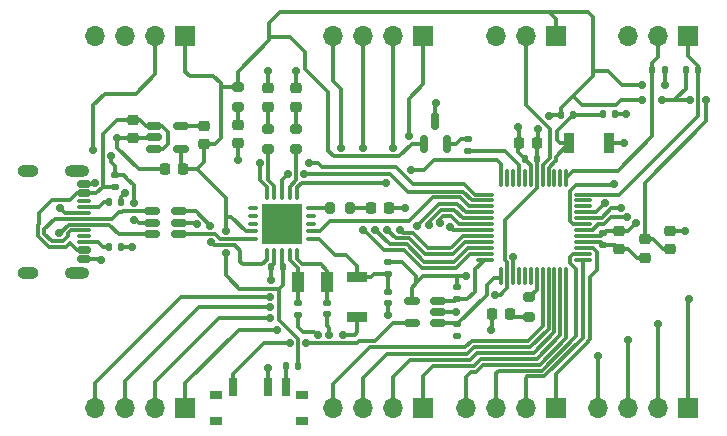
<source format=gbr>
%TF.GenerationSoftware,KiCad,Pcbnew,8.0.5*%
%TF.CreationDate,2024-12-16T02:16:41+02:00*%
%TF.ProjectId,TheXeric,54686558-6572-4696-932e-6b696361645f,1.0*%
%TF.SameCoordinates,Original*%
%TF.FileFunction,Copper,L1,Top*%
%TF.FilePolarity,Positive*%
%FSLAX46Y46*%
G04 Gerber Fmt 4.6, Leading zero omitted, Abs format (unit mm)*
G04 Created by KiCad (PCBNEW 8.0.5) date 2024-12-16 02:16:41*
%MOMM*%
%LPD*%
G01*
G04 APERTURE LIST*
G04 Aperture macros list*
%AMRoundRect*
0 Rectangle with rounded corners*
0 $1 Rounding radius*
0 $2 $3 $4 $5 $6 $7 $8 $9 X,Y pos of 4 corners*
0 Add a 4 corners polygon primitive as box body*
4,1,4,$2,$3,$4,$5,$6,$7,$8,$9,$2,$3,0*
0 Add four circle primitives for the rounded corners*
1,1,$1+$1,$2,$3*
1,1,$1+$1,$4,$5*
1,1,$1+$1,$6,$7*
1,1,$1+$1,$8,$9*
0 Add four rect primitives between the rounded corners*
20,1,$1+$1,$2,$3,$4,$5,0*
20,1,$1+$1,$4,$5,$6,$7,0*
20,1,$1+$1,$6,$7,$8,$9,0*
20,1,$1+$1,$8,$9,$2,$3,0*%
G04 Aperture macros list end*
%TA.AperFunction,SMDPad,CuDef*%
%ADD10RoundRect,0.225000X-0.250000X0.225000X-0.250000X-0.225000X0.250000X-0.225000X0.250000X0.225000X0*%
%TD*%
%TA.AperFunction,ComponentPad*%
%ADD11R,1.700000X1.700000*%
%TD*%
%TA.AperFunction,ComponentPad*%
%ADD12O,1.700000X1.700000*%
%TD*%
%TA.AperFunction,SMDPad,CuDef*%
%ADD13RoundRect,0.225000X0.225000X0.250000X-0.225000X0.250000X-0.225000X-0.250000X0.225000X-0.250000X0*%
%TD*%
%TA.AperFunction,SMDPad,CuDef*%
%ADD14RoundRect,0.200000X0.275000X-0.200000X0.275000X0.200000X-0.275000X0.200000X-0.275000X-0.200000X0*%
%TD*%
%TA.AperFunction,SMDPad,CuDef*%
%ADD15RoundRect,0.147500X0.172500X-0.147500X0.172500X0.147500X-0.172500X0.147500X-0.172500X-0.147500X0*%
%TD*%
%TA.AperFunction,SMDPad,CuDef*%
%ADD16RoundRect,0.135000X-0.135000X-0.185000X0.135000X-0.185000X0.135000X0.185000X-0.135000X0.185000X0*%
%TD*%
%TA.AperFunction,SMDPad,CuDef*%
%ADD17RoundRect,0.075000X0.325000X0.075000X-0.325000X0.075000X-0.325000X-0.075000X0.325000X-0.075000X0*%
%TD*%
%TA.AperFunction,SMDPad,CuDef*%
%ADD18RoundRect,0.075000X0.075000X0.325000X-0.075000X0.325000X-0.075000X-0.325000X0.075000X-0.325000X0*%
%TD*%
%TA.AperFunction,HeatsinkPad*%
%ADD19R,3.350000X3.350000*%
%TD*%
%TA.AperFunction,SMDPad,CuDef*%
%ADD20RoundRect,0.150000X0.512500X0.150000X-0.512500X0.150000X-0.512500X-0.150000X0.512500X-0.150000X0*%
%TD*%
%TA.AperFunction,SMDPad,CuDef*%
%ADD21RoundRect,0.135000X0.185000X-0.135000X0.185000X0.135000X-0.185000X0.135000X-0.185000X-0.135000X0*%
%TD*%
%TA.AperFunction,SMDPad,CuDef*%
%ADD22RoundRect,0.200000X-0.275000X0.200000X-0.275000X-0.200000X0.275000X-0.200000X0.275000X0.200000X0*%
%TD*%
%TA.AperFunction,SMDPad,CuDef*%
%ADD23RoundRect,0.218750X0.256250X-0.218750X0.256250X0.218750X-0.256250X0.218750X-0.256250X-0.218750X0*%
%TD*%
%TA.AperFunction,SMDPad,CuDef*%
%ADD24RoundRect,0.140000X0.170000X-0.140000X0.170000X0.140000X-0.170000X0.140000X-0.170000X-0.140000X0*%
%TD*%
%TA.AperFunction,SMDPad,CuDef*%
%ADD25RoundRect,0.140000X-0.170000X0.140000X-0.170000X-0.140000X0.170000X-0.140000X0.170000X0.140000X0*%
%TD*%
%TA.AperFunction,SMDPad,CuDef*%
%ADD26RoundRect,0.150000X-0.512500X-0.150000X0.512500X-0.150000X0.512500X0.150000X-0.512500X0.150000X0*%
%TD*%
%TA.AperFunction,SMDPad,CuDef*%
%ADD27RoundRect,0.218750X0.218750X0.256250X-0.218750X0.256250X-0.218750X-0.256250X0.218750X-0.256250X0*%
%TD*%
%TA.AperFunction,SMDPad,CuDef*%
%ADD28RoundRect,0.218750X-0.256250X0.218750X-0.256250X-0.218750X0.256250X-0.218750X0.256250X0.218750X0*%
%TD*%
%TA.AperFunction,SMDPad,CuDef*%
%ADD29RoundRect,0.225000X0.250000X-0.225000X0.250000X0.225000X-0.250000X0.225000X-0.250000X-0.225000X0*%
%TD*%
%TA.AperFunction,SMDPad,CuDef*%
%ADD30RoundRect,0.150000X-0.425000X0.150000X-0.425000X-0.150000X0.425000X-0.150000X0.425000X0.150000X0*%
%TD*%
%TA.AperFunction,SMDPad,CuDef*%
%ADD31RoundRect,0.075000X-0.500000X0.075000X-0.500000X-0.075000X0.500000X-0.075000X0.500000X0.075000X0*%
%TD*%
%TA.AperFunction,ComponentPad*%
%ADD32O,2.100000X1.000000*%
%TD*%
%TA.AperFunction,ComponentPad*%
%ADD33O,1.800000X1.000000*%
%TD*%
%TA.AperFunction,SMDPad,CuDef*%
%ADD34RoundRect,0.135000X-0.185000X0.135000X-0.185000X-0.135000X0.185000X-0.135000X0.185000X0.135000X0*%
%TD*%
%TA.AperFunction,SMDPad,CuDef*%
%ADD35R,1.700000X0.900000*%
%TD*%
%TA.AperFunction,SMDPad,CuDef*%
%ADD36RoundRect,0.135000X0.135000X0.185000X-0.135000X0.185000X-0.135000X-0.185000X0.135000X-0.185000X0*%
%TD*%
%TA.AperFunction,SMDPad,CuDef*%
%ADD37RoundRect,0.200000X0.200000X0.275000X-0.200000X0.275000X-0.200000X-0.275000X0.200000X-0.275000X0*%
%TD*%
%TA.AperFunction,SMDPad,CuDef*%
%ADD38RoundRect,0.140000X-0.140000X-0.170000X0.140000X-0.170000X0.140000X0.170000X-0.140000X0.170000X0*%
%TD*%
%TA.AperFunction,SMDPad,CuDef*%
%ADD39RoundRect,0.140000X0.140000X0.170000X-0.140000X0.170000X-0.140000X-0.170000X0.140000X-0.170000X0*%
%TD*%
%TA.AperFunction,SMDPad,CuDef*%
%ADD40RoundRect,0.150000X0.150000X-0.587500X0.150000X0.587500X-0.150000X0.587500X-0.150000X-0.587500X0*%
%TD*%
%TA.AperFunction,SMDPad,CuDef*%
%ADD41RoundRect,0.075000X-0.662500X-0.075000X0.662500X-0.075000X0.662500X0.075000X-0.662500X0.075000X0*%
%TD*%
%TA.AperFunction,SMDPad,CuDef*%
%ADD42RoundRect,0.075000X-0.075000X-0.662500X0.075000X-0.662500X0.075000X0.662500X-0.075000X0.662500X0*%
%TD*%
%TA.AperFunction,SMDPad,CuDef*%
%ADD43R,0.900000X1.700000*%
%TD*%
%TA.AperFunction,SMDPad,CuDef*%
%ADD44R,1.000000X0.800000*%
%TD*%
%TA.AperFunction,SMDPad,CuDef*%
%ADD45R,0.700000X1.500000*%
%TD*%
%TA.AperFunction,SMDPad,CuDef*%
%ADD46RoundRect,0.218750X-0.218750X-0.256250X0.218750X-0.256250X0.218750X0.256250X-0.218750X0.256250X0*%
%TD*%
%TA.AperFunction,SMDPad,CuDef*%
%ADD47R,1.000000X1.800000*%
%TD*%
%TA.AperFunction,ViaPad*%
%ADD48C,0.700000*%
%TD*%
%TA.AperFunction,Conductor*%
%ADD49C,0.300000*%
%TD*%
G04 APERTURE END LIST*
D10*
%TO.P,C5,1*%
%TO.N,VBUS*%
X121010000Y-85985000D03*
%TO.P,C5,2*%
%TO.N,GND*%
X121010000Y-87535000D03*
%TD*%
D11*
%TO.P,J3,1,Pin_1*%
%TO.N,XDIR*%
X125410000Y-110340000D03*
D12*
%TO.P,J3,2,Pin_2*%
%TO.N,XCK*%
X122870000Y-110340000D03*
%TO.P,J3,3,Pin_3*%
%TO.N,RxD*%
X120330000Y-110340000D03*
%TO.P,J3,4,Pin_4*%
%TO.N,TxD*%
X117790000Y-110340000D03*
%TD*%
D13*
%TO.P,C8,1*%
%TO.N,+3.3V*%
X155175000Y-87970000D03*
%TO.P,C8,2*%
%TO.N,GND*%
X153625000Y-87970000D03*
%TD*%
%TO.P,C6,1*%
%TO.N,+3.3V*%
X125235000Y-90162500D03*
%TO.P,C6,2*%
%TO.N,GND*%
X123685000Y-90162500D03*
%TD*%
D14*
%TO.P,R4,1*%
%TO.N,Net-(D1-A)*%
X129870000Y-84887500D03*
%TO.P,R4,2*%
%TO.N,+3.3V*%
X129870000Y-83237500D03*
%TD*%
D15*
%TO.P,F1,1*%
%TO.N,VBUS*%
X119440000Y-91645000D03*
%TO.P,F1,2*%
%TO.N,+5V*%
X119440000Y-90675000D03*
%TD*%
D16*
%TO.P,R7,1*%
%TO.N,Net-(J1-CC1)*%
X118930000Y-92950000D03*
%TO.P,R7,2*%
%TO.N,GND*%
X119950000Y-92950000D03*
%TD*%
D17*
%TO.P,U5,1,~{RST}*%
%TO.N,M_RST*%
X136030000Y-96080000D03*
%TO.P,U5,2,GP0*%
%TO.N,CS_M*%
X136030000Y-95430000D03*
%TO.P,U5,3,GP1*%
%TO.N,unconnected-(U5-GP1-Pad3)*%
X136030000Y-94780000D03*
%TO.P,U5,4,GP2*%
%TO.N,unconnected-(U5-GP2-Pad4)*%
X136030000Y-94130000D03*
%TO.P,U5,5,GP3*%
%TO.N,T_LED*%
X136030000Y-93480000D03*
D18*
%TO.P,U5,6,MOSI*%
%TO.N,MOSI_M*%
X134880000Y-92330000D03*
%TO.P,U5,7,GP4*%
%TO.N,L_LED*%
X134230000Y-92330000D03*
%TO.P,U5,8,SCK*%
%TO.N,SCK_M*%
X133580000Y-92330000D03*
%TO.P,U5,9,GP5*%
%TO.N,C_LED*%
X132930000Y-92330000D03*
%TO.P,U5,10,MISO*%
%TO.N,MISO_M*%
X132280000Y-92330000D03*
D17*
%TO.P,U5,11,GP6*%
%TO.N,unconnected-(U5-GP6-Pad11)*%
X131130000Y-93480000D03*
%TO.P,U5,12,GP7*%
%TO.N,unconnected-(U5-GP7-Pad12)*%
X131130000Y-94130000D03*
%TO.P,U5,13,GP8*%
%TO.N,unconnected-(U5-GP8-Pad13)*%
X131130000Y-94780000D03*
%TO.P,U5,14,VUSB*%
%TO.N,+3.3V*%
X131130000Y-95430000D03*
%TO.P,U5,15,D-*%
%TO.N,M_D-*%
X131130000Y-96080000D03*
D18*
%TO.P,U5,16,D+*%
%TO.N,M_D+*%
X132280000Y-97230000D03*
%TO.P,U5,17,VSS*%
%TO.N,GND*%
X132930000Y-97230000D03*
%TO.P,U5,18,VDD*%
%TO.N,+3.3V*%
X133580000Y-97230000D03*
%TO.P,U5,19,OSC1*%
%TO.N,Net-(U5-OSC1)*%
X134230000Y-97230000D03*
%TO.P,U5,20,OSC2*%
%TO.N,Net-(U5-OSC2)*%
X134880000Y-97230000D03*
D19*
%TO.P,U5,21,EP*%
%TO.N,GND*%
X133580000Y-94780000D03*
%TD*%
D20*
%TO.P,U4,1,SCL*%
%TO.N,SCL_A*%
X146827500Y-103220000D03*
%TO.P,U4,2,GND*%
%TO.N,GND*%
X146827500Y-102270000D03*
%TO.P,U4,3,SDA*%
%TO.N,SDA_A*%
X146827500Y-101320000D03*
%TO.P,U4,4,VCC*%
%TO.N,+3.3V*%
X144552500Y-101320000D03*
%TO.P,U4,5,WP*%
%TO.N,Net-(SW1-B)*%
X144552500Y-103220000D03*
%TD*%
D21*
%TO.P,R10,1*%
%TO.N,M_RST*%
X142560000Y-99050000D03*
%TO.P,R10,2*%
%TO.N,+3.3V*%
X142560000Y-98030000D03*
%TD*%
D22*
%TO.P,R5,1*%
%TO.N,Net-(D3-A)*%
X132440000Y-86760000D03*
%TO.P,R5,2*%
%TO.N,C_LED*%
X132440000Y-88410000D03*
%TD*%
D23*
%TO.P,FB1,1*%
%TO.N,+3.3VA*%
X164280000Y-97687500D03*
%TO.P,FB1,2*%
%TO.N,+3.3V*%
X164280000Y-96112500D03*
%TD*%
D24*
%TO.P,C9,1*%
%TO.N,+3.3VA*%
X160790000Y-96540000D03*
%TO.P,C9,2*%
%TO.N,GND*%
X160790000Y-95580000D03*
%TD*%
D25*
%TO.P,C2,1*%
%TO.N,Net-(U5-OSC1)*%
X134900000Y-101520000D03*
%TO.P,C2,2*%
%TO.N,GND*%
X134900000Y-102480000D03*
%TD*%
D26*
%TO.P,U1,1,I/O1*%
%TO.N,U_D+*%
X122612500Y-93727500D03*
%TO.P,U1,2,GND*%
%TO.N,+5V*%
X122612500Y-94677500D03*
%TO.P,U1,3,I/O2*%
%TO.N,U_D-*%
X122612500Y-95627500D03*
%TO.P,U1,4,I/O2*%
%TO.N,M_D-*%
X124887500Y-95627500D03*
%TO.P,U1,5,VBUS*%
%TO.N,GND*%
X124887500Y-94677500D03*
%TO.P,U1,6,I/O1*%
%TO.N,M_D+*%
X124887500Y-93727500D03*
%TD*%
D11*
%TO.P,J9,1,Pin_1*%
%TO.N,+3.3V*%
X156760000Y-78860000D03*
D12*
%TO.P,J9,2,Pin_2*%
%TO.N,DEBUG*%
X154220000Y-78860000D03*
%TO.P,J9,3,Pin_3*%
%TO.N,GND*%
X151680000Y-78860000D03*
%TD*%
D21*
%TO.P,R15,1*%
%TO.N,+3.3V*%
X148440000Y-104310000D03*
%TO.P,R15,2*%
%TO.N,SCL_A*%
X148440000Y-103290000D03*
%TD*%
D27*
%TO.P,D6,1,K*%
%TO.N,GND*%
X142685000Y-93470000D03*
%TO.P,D6,2,A*%
%TO.N,Net-(D6-A)*%
X141110000Y-93470000D03*
%TD*%
D28*
%TO.P,D3,1,K*%
%TO.N,GND*%
X132425000Y-83327500D03*
%TO.P,D3,2,A*%
%TO.N,Net-(D3-A)*%
X132425000Y-84902500D03*
%TD*%
D16*
%TO.P,R12,1*%
%TO.N,+3.3V*%
X167770000Y-81760000D03*
%TO.P,R12,2*%
%TO.N,SDA*%
X168790000Y-81760000D03*
%TD*%
D29*
%TO.P,C11,1*%
%TO.N,+3.3V*%
X166420000Y-96935000D03*
%TO.P,C11,2*%
%TO.N,GND*%
X166420000Y-95385000D03*
%TD*%
D11*
%TO.P,J4,1,Pin_1*%
%TO.N,SDA*%
X167990000Y-78860000D03*
D12*
%TO.P,J4,2,Pin_2*%
%TO.N,SCL*%
X165450000Y-78860000D03*
%TO.P,J4,3,Pin_3*%
%TO.N,GND*%
X162910000Y-78860000D03*
%TD*%
D11*
%TO.P,J8,1,Pin_1*%
%TO.N,PB4*%
X145510000Y-78860000D03*
D12*
%TO.P,J8,2,Pin_2*%
%TO.N,PB5*%
X142970000Y-78860000D03*
%TO.P,J8,3,Pin_3*%
%TO.N,PC0*%
X140430000Y-78860000D03*
%TO.P,J8,4,Pin_4*%
%TO.N,PC1*%
X137890000Y-78860000D03*
%TD*%
D25*
%TO.P,C1,1*%
%TO.N,M_RST*%
X142580000Y-100540000D03*
%TO.P,C1,2*%
%TO.N,GND*%
X142580000Y-101500000D03*
%TD*%
D30*
%TO.P,J1,A1,GND*%
%TO.N,GND*%
X116830000Y-91400000D03*
%TO.P,J1,A4,VBUS*%
%TO.N,VBUS*%
X116830000Y-92200000D03*
D31*
%TO.P,J1,A5,CC1*%
%TO.N,Net-(J1-CC1)*%
X116830000Y-93350000D03*
%TO.P,J1,A6,D+*%
%TO.N,U_D+*%
X116830000Y-94350000D03*
%TO.P,J1,A7,D-*%
%TO.N,U_D-*%
X116830000Y-94850000D03*
%TO.P,J1,A8,SBU1*%
%TO.N,unconnected-(J1-SBU1-PadA8)*%
X116830000Y-95850000D03*
D30*
%TO.P,J1,A9,VBUS*%
%TO.N,VBUS*%
X116830000Y-97000000D03*
%TO.P,J1,A12,GND*%
%TO.N,GND*%
X116830000Y-97800000D03*
%TO.P,J1,B1,GND*%
X116830000Y-97800000D03*
%TO.P,J1,B4,VBUS*%
%TO.N,VBUS*%
X116830000Y-97000000D03*
D31*
%TO.P,J1,B5,CC2*%
%TO.N,Net-(J1-CC2)*%
X116830000Y-96350000D03*
%TO.P,J1,B6,D+*%
%TO.N,U_D+*%
X116830000Y-95350000D03*
%TO.P,J1,B7,D-*%
%TO.N,U_D-*%
X116830000Y-93850000D03*
%TO.P,J1,B8,SBU2*%
%TO.N,unconnected-(J1-SBU2-PadB8)*%
X116830000Y-92850000D03*
D30*
%TO.P,J1,B9,VBUS*%
%TO.N,VBUS*%
X116830000Y-92200000D03*
%TO.P,J1,B12,GND*%
%TO.N,GND*%
X116830000Y-91400000D03*
D32*
%TO.P,J1,S1,SHIELD*%
%TO.N,unconnected-(J1-SHIELD-PadS1)_2*%
X116255000Y-90280000D03*
D33*
%TO.N,unconnected-(J1-SHIELD-PadS1)_3*%
X112075000Y-90280000D03*
D32*
%TO.N,unconnected-(J1-SHIELD-PadS1)_1*%
X116255000Y-98920000D03*
D33*
%TO.N,unconnected-(J1-SHIELD-PadS1)*%
X112075000Y-98920000D03*
%TD*%
D34*
%TO.P,R14,1*%
%TO.N,+3.3V*%
X148420000Y-100150000D03*
%TO.P,R14,2*%
%TO.N,SDA_A*%
X148420000Y-101170000D03*
%TD*%
D35*
%TO.P,SW2,1,1*%
%TO.N,M_RST*%
X139920000Y-99300000D03*
%TO.P,SW2,2,2*%
%TO.N,GND*%
X139920000Y-102700000D03*
%TD*%
D23*
%TO.P,D1,1,K*%
%TO.N,GND*%
X129880000Y-87970000D03*
%TO.P,D1,2,A*%
%TO.N,Net-(D1-A)*%
X129880000Y-86395000D03*
%TD*%
D36*
%TO.P,R13,1*%
%TO.N,+3.3V*%
X165970000Y-81740000D03*
%TO.P,R13,2*%
%TO.N,SCL*%
X164950000Y-81740000D03*
%TD*%
D34*
%TO.P,R2,1*%
%TO.N,Net-(U3-V_{OUT})*%
X149320000Y-87590000D03*
%TO.P,R2,2*%
%TO.N,PA1_T*%
X149320000Y-88610000D03*
%TD*%
D28*
%TO.P,D4,1,K*%
%TO.N,GND*%
X134780000Y-83283750D03*
%TO.P,D4,2,A*%
%TO.N,Net-(D4-A)*%
X134780000Y-84858750D03*
%TD*%
D37*
%TO.P,R8,1*%
%TO.N,Net-(D6-A)*%
X139325000Y-93450000D03*
%TO.P,R8,2*%
%TO.N,T_LED*%
X137675000Y-93450000D03*
%TD*%
D28*
%TO.P,L1,1,1*%
%TO.N,Net-(U6-SW)*%
X127010000Y-86472500D03*
%TO.P,L1,2,2*%
%TO.N,+3.3V*%
X127010000Y-88047500D03*
%TD*%
D16*
%TO.P,R9,1*%
%TO.N,Net-(J1-CC2)*%
X118910000Y-96780000D03*
%TO.P,R9,2*%
%TO.N,GND*%
X119930000Y-96780000D03*
%TD*%
D14*
%TO.P,R3,1*%
%TO.N,Net-(D2-A)*%
X154520000Y-102635000D03*
%TO.P,R3,2*%
%TO.N,LED*%
X154520000Y-100985000D03*
%TD*%
D26*
%TO.P,U6,1,Vin*%
%TO.N,VBUS*%
X122772500Y-86520000D03*
%TO.P,U6,2,GND*%
%TO.N,GND*%
X122772500Y-87470000D03*
%TO.P,U6,3,EN*%
%TO.N,VBUS*%
X122772500Y-88420000D03*
%TO.P,U6,4,FB*%
%TO.N,+3.3V*%
X125047500Y-88420000D03*
%TO.P,U6,5,SW*%
%TO.N,Net-(U6-SW)*%
X125047500Y-86520000D03*
%TD*%
D38*
%TO.P,C4,1*%
%TO.N,RST*%
X160790000Y-85510000D03*
%TO.P,C4,2*%
%TO.N,GND*%
X161750000Y-85510000D03*
%TD*%
D11*
%TO.P,J6,1,Pin_1*%
%TO.N,PD3*%
X145510000Y-110340000D03*
D12*
%TO.P,J6,2,Pin_2*%
%TO.N,PD2*%
X142970000Y-110340000D03*
%TO.P,J6,3,Pin_3*%
%TO.N,PD1*%
X140430000Y-110340000D03*
%TO.P,J6,4,Pin_4*%
%TO.N,PD0*%
X137890000Y-110340000D03*
%TD*%
D39*
%TO.P,C12,1*%
%TO.N,+3.3V*%
X133650000Y-98460000D03*
%TO.P,C12,2*%
%TO.N,GND*%
X132690000Y-98460000D03*
%TD*%
D40*
%TO.P,U3,1,V_{DD}*%
%TO.N,+3.3V*%
X145630000Y-87985000D03*
%TO.P,U3,2,V_{OUT}*%
%TO.N,Net-(U3-V_{OUT})*%
X147530000Y-87985000D03*
%TO.P,U3,3,GND*%
%TO.N,GND*%
X146580000Y-86110000D03*
%TD*%
D36*
%TO.P,R11,1*%
%TO.N,RST*%
X158260000Y-85530000D03*
%TO.P,R11,2*%
%TO.N,+3.3V*%
X157240000Y-85530000D03*
%TD*%
D11*
%TO.P,J2,1,Pin_1*%
%TO.N,+3.3V*%
X125410000Y-78860000D03*
D12*
%TO.P,J2,2,Pin_2*%
%TO.N,+5V*%
X122870000Y-78860000D03*
%TO.P,J2,3,Pin_3*%
%TO.N,GND*%
X120330000Y-78860000D03*
%TO.P,J2,4,Pin_4*%
X117790000Y-78860000D03*
%TD*%
D41*
%TO.P,U2,1,PA5*%
%TO.N,MISO_M*%
X150737500Y-92307500D03*
%TO.P,U2,2,PA6*%
%TO.N,SCK_M*%
X150737500Y-92807500D03*
%TO.P,U2,3,PA7*%
%TO.N,CS_M*%
X150737500Y-93307500D03*
%TO.P,U2,4,PB0*%
%TO.N,TxD*%
X150737500Y-93807500D03*
%TO.P,U2,5,PB1*%
%TO.N,RxD*%
X150737500Y-94307500D03*
%TO.P,U2,6,PB2*%
%TO.N,XCK*%
X150737500Y-94807500D03*
%TO.P,U2,7,PB3*%
%TO.N,XDIR*%
X150737500Y-95307500D03*
%TO.P,U2,8,PB4*%
%TO.N,PB4*%
X150737500Y-95807500D03*
%TO.P,U2,9,PB5*%
%TO.N,PB5*%
X150737500Y-96307500D03*
%TO.P,U2,10,PC0*%
%TO.N,PC0*%
X150737500Y-96807500D03*
%TO.P,U2,11,PC1*%
%TO.N,PC1*%
X150737500Y-97307500D03*
%TO.P,U2,12,PC2*%
%TO.N,SDA_A*%
X150737500Y-97807500D03*
D42*
%TO.P,U2,13,PC3*%
%TO.N,SCL_A*%
X152150000Y-99220000D03*
%TO.P,U2,14,VCC*%
%TO.N,+3.3V*%
X152650000Y-99220000D03*
%TO.P,U2,15,GND*%
%TO.N,GND*%
X153150000Y-99220000D03*
%TO.P,U2,16,PC4*%
%TO.N,unconnected-(U2-PC4-Pad16)*%
X153650000Y-99220000D03*
%TO.P,U2,17,PC5*%
%TO.N,unconnected-(U2-PC5-Pad17)*%
X154150000Y-99220000D03*
%TO.P,U2,18,PC6*%
%TO.N,unconnected-(U2-PC6-Pad18)*%
X154650000Y-99220000D03*
%TO.P,U2,19,PC7*%
%TO.N,LED*%
X155150000Y-99220000D03*
%TO.P,U2,20,PD0*%
%TO.N,PD0*%
X155650000Y-99220000D03*
%TO.P,U2,21,PD1*%
%TO.N,PD1*%
X156150000Y-99220000D03*
%TO.P,U2,22,PD2*%
%TO.N,PD2*%
X156650000Y-99220000D03*
%TO.P,U2,23,PD3*%
%TO.N,PD3*%
X157150000Y-99220000D03*
%TO.P,U2,24,PD4*%
%TO.N,PD4*%
X157650000Y-99220000D03*
D41*
%TO.P,U2,25,PD5*%
%TO.N,PD5*%
X159062500Y-97807500D03*
%TO.P,U2,26,PD6*%
%TO.N,PD6*%
X159062500Y-97307500D03*
%TO.P,U2,27,PD7*%
%TO.N,PD7*%
X159062500Y-96807500D03*
%TO.P,U2,28,AVCC*%
%TO.N,+3.3VA*%
X159062500Y-96307500D03*
%TO.P,U2,29,GND*%
%TO.N,GND*%
X159062500Y-95807500D03*
%TO.P,U2,30,PE0*%
%TO.N,MOSI*%
X159062500Y-95307500D03*
%TO.P,U2,31,PE1*%
%TO.N,MISO*%
X159062500Y-94807500D03*
%TO.P,U2,32,PE2*%
%TO.N,SCK*%
X159062500Y-94307500D03*
%TO.P,U2,33,PE3*%
%TO.N,CS*%
X159062500Y-93807500D03*
%TO.P,U2,34,PF0*%
%TO.N,unconnected-(U2-PF0-Pad34)*%
X159062500Y-93307500D03*
%TO.P,U2,35,PF1*%
%TO.N,unconnected-(U2-PF1-Pad35)*%
X159062500Y-92807500D03*
%TO.P,U2,36,PF2*%
%TO.N,SDA*%
X159062500Y-92307500D03*
D42*
%TO.P,U2,37,PF3*%
%TO.N,SCL*%
X157650000Y-90895000D03*
%TO.P,U2,38,PF4*%
%TO.N,unconnected-(U2-PF4-Pad38)*%
X157150000Y-90895000D03*
%TO.P,U2,39,PF5*%
%TO.N,unconnected-(U2-PF5-Pad39)*%
X156650000Y-90895000D03*
%TO.P,U2,40,PF6/~{RESET}*%
%TO.N,RST*%
X156150000Y-90895000D03*
%TO.P,U2,41,UPDI*%
%TO.N,DEBUG*%
X155650000Y-90895000D03*
%TO.P,U2,42,VCC*%
%TO.N,+3.3V*%
X155150000Y-90895000D03*
%TO.P,U2,43,GND*%
%TO.N,GND*%
X154650000Y-90895000D03*
%TO.P,U2,44,PA0*%
%TO.N,unconnected-(U2-PA0-Pad44)*%
X154150000Y-90895000D03*
%TO.P,U2,45,PA1*%
%TO.N,PA1_T*%
X153650000Y-90895000D03*
%TO.P,U2,46,PA2*%
%TO.N,unconnected-(U2-PA2-Pad46)*%
X153150000Y-90895000D03*
%TO.P,U2,47,PA3*%
%TO.N,unconnected-(U2-PA3-Pad47)*%
X152650000Y-90895000D03*
%TO.P,U2,48,PA4*%
%TO.N,MOSI_M*%
X152150000Y-90895000D03*
%TD*%
D22*
%TO.P,R6,1*%
%TO.N,Net-(D4-A)*%
X134775000Y-86766250D03*
%TO.P,R6,2*%
%TO.N,L_LED*%
X134775000Y-88416250D03*
%TD*%
D11*
%TO.P,J7,1,Pin_1*%
%TO.N,PD7*%
X156760000Y-110340000D03*
D12*
%TO.P,J7,2,Pin_2*%
%TO.N,PD5*%
X154220000Y-110340000D03*
%TO.P,J7,3,Pin_3*%
%TO.N,PD6*%
X151680000Y-110340000D03*
%TO.P,J7,4,Pin_4*%
%TO.N,PD4*%
X149140000Y-110340000D03*
%TD*%
D43*
%TO.P,SW3,1,1*%
%TO.N,RST*%
X157900000Y-87980000D03*
%TO.P,SW3,2,2*%
%TO.N,GND*%
X161300000Y-87980000D03*
%TD*%
D16*
%TO.P,R1,1*%
%TO.N,Net-(SW1-A)*%
X133910000Y-106840000D03*
%TO.P,R1,2*%
%TO.N,+3.3V*%
X134930000Y-106840000D03*
%TD*%
D25*
%TO.P,C3,1*%
%TO.N,Net-(U5-OSC2)*%
X137430000Y-101480000D03*
%TO.P,C3,2*%
%TO.N,GND*%
X137430000Y-102440000D03*
%TD*%
D29*
%TO.P,C10,1*%
%TO.N,+3.3VA*%
X162120000Y-96905000D03*
%TO.P,C10,2*%
%TO.N,GND*%
X162120000Y-95355000D03*
%TD*%
D11*
%TO.P,J5,1,Pin_1*%
%TO.N,MISO*%
X167990000Y-110340000D03*
D12*
%TO.P,J5,2,Pin_2*%
%TO.N,CS*%
X165450000Y-110340000D03*
%TO.P,J5,3,Pin_3*%
%TO.N,SCK*%
X162910000Y-110340000D03*
%TO.P,J5,4,Pin_4*%
%TO.N,MOSI*%
X160370000Y-110340000D03*
%TD*%
D44*
%TO.P,SW1,*%
%TO.N,*%
X128010000Y-109260000D03*
X128010000Y-111470000D03*
X135310000Y-109260000D03*
X135310000Y-111470000D03*
D45*
%TO.P,SW1,1,B*%
%TO.N,Net-(SW1-B)*%
X129410000Y-108610000D03*
%TO.P,SW1,2,C*%
%TO.N,GND*%
X132410000Y-108610000D03*
%TO.P,SW1,3,A*%
%TO.N,Net-(SW1-A)*%
X133910000Y-108610000D03*
%TD*%
D39*
%TO.P,C7,1*%
%TO.N,+3.3V*%
X155160000Y-89330000D03*
%TO.P,C7,2*%
%TO.N,GND*%
X154200000Y-89330000D03*
%TD*%
D46*
%TO.P,D2,1,K*%
%TO.N,GND*%
X151342500Y-102450000D03*
%TO.P,D2,2,A*%
%TO.N,Net-(D2-A)*%
X152917500Y-102450000D03*
%TD*%
D47*
%TO.P,Y1,1,1*%
%TO.N,Net-(U5-OSC1)*%
X134910000Y-99720000D03*
%TO.P,Y1,2,2*%
%TO.N,Net-(U5-OSC2)*%
X137410000Y-99720000D03*
%TD*%
D48*
%TO.N,GND*%
X138730000Y-104170000D03*
X120320000Y-92150000D03*
X132400000Y-81825000D03*
X133580000Y-94780000D03*
X142590000Y-102530000D03*
X129860000Y-89345000D03*
X117715000Y-91290000D03*
X136620000Y-104170000D03*
X144000000Y-93470000D03*
X148280000Y-102280000D03*
X146590000Y-84560000D03*
X134775000Y-81846250D03*
X153170000Y-97560000D03*
X120920000Y-96750000D03*
X119620000Y-87530000D03*
X137600000Y-104170000D03*
X163570000Y-94700000D03*
X162740000Y-85470000D03*
X153580000Y-86630000D03*
X118290000Y-97860000D03*
X132620000Y-99560000D03*
X162560000Y-87950000D03*
X167690000Y-95400000D03*
X126380000Y-94840000D03*
X132400000Y-106970000D03*
X151310000Y-103800000D03*
%TO.N,+3.3V*%
X128860000Y-97280000D03*
X164090000Y-83010000D03*
X165970000Y-83010000D03*
X165760000Y-84270000D03*
X156230000Y-85680000D03*
X168090000Y-84300000D03*
X169490000Y-84320000D03*
X149200000Y-99225761D03*
X164100000Y-84310000D03*
X128850000Y-95380000D03*
X155285025Y-86764975D03*
X151659881Y-100782961D03*
%TO.N,+5V*%
X121020000Y-94427500D03*
X117620000Y-88510000D03*
X121020000Y-93027500D03*
X119115000Y-89010000D03*
%TO.N,U_D-*%
X114820000Y-93480000D03*
X114710000Y-95560000D03*
%TO.N,XCK*%
X132545877Y-102767718D03*
X146943417Y-94705041D03*
%TO.N,RxD*%
X132610000Y-101870003D03*
X146058676Y-94870079D03*
%TO.N,TxD*%
X132610000Y-100970000D03*
X145008477Y-94930328D03*
%TO.N,XDIR*%
X147800025Y-95029975D03*
X133185025Y-103754975D03*
%TO.N,CS*%
X160894821Y-93058123D03*
X165440000Y-103300000D03*
%TO.N,SCK*%
X162870000Y-104640000D03*
X162271276Y-93477835D03*
%TO.N,MOSI*%
X162819596Y-94203111D03*
X160370000Y-105960000D03*
%TO.N,MISO*%
X168010000Y-101170000D03*
X161720000Y-91440000D03*
%TO.N,PB4*%
X143560000Y-95280000D03*
X144308433Y-87333714D03*
%TO.N,PC1*%
X140460000Y-95320000D03*
X138550000Y-88360000D03*
%TO.N,PB5*%
X142479899Y-95279999D03*
X142960000Y-88360000D03*
%TO.N,PC0*%
X140410000Y-88360000D03*
X141489949Y-95279999D03*
%TO.N,Net-(SW1-B)*%
X134230000Y-104850000D03*
X135630000Y-104870000D03*
%TO.N,M_D+*%
X127500000Y-94927500D03*
X127540000Y-96327500D03*
%TO.N,SCK_M*%
X134075000Y-90590000D03*
X135475000Y-90590000D03*
%TO.N,MOSI_M*%
X144539975Y-90270025D03*
X142430000Y-91300000D03*
%TO.N,MISO_M*%
X135870000Y-89640000D03*
X131740000Y-89660000D03*
%TD*%
D49*
%TO.N,GND*%
X121010000Y-87535000D02*
X119625000Y-87535000D01*
X129880000Y-89325000D02*
X129860000Y-89345000D01*
X162700000Y-85510000D02*
X162740000Y-85470000D01*
X161015000Y-95355000D02*
X160790000Y-95580000D01*
X129880000Y-87970000D02*
X129880000Y-89325000D01*
X167675000Y-95385000D02*
X167690000Y-95400000D01*
X151342500Y-102450000D02*
X151342500Y-103767500D01*
X146827500Y-102270000D02*
X148270000Y-102270000D01*
X154650000Y-90895000D02*
X154650000Y-89826846D01*
X121010000Y-87535000D02*
X122707500Y-87535000D01*
X132930000Y-98220000D02*
X132690000Y-98460000D01*
X134900000Y-102480000D02*
X134900000Y-103490000D01*
X160562500Y-95807500D02*
X160790000Y-95580000D01*
X142685000Y-93470000D02*
X144000000Y-93470000D01*
X153560000Y-88690000D02*
X153560000Y-88035000D01*
X132690000Y-99490000D02*
X132620000Y-99560000D01*
X119950000Y-92520000D02*
X120320000Y-92150000D01*
X146580000Y-84570000D02*
X146590000Y-84560000D01*
X153560000Y-88035000D02*
X153625000Y-87970000D01*
X154200000Y-89330000D02*
X153560000Y-88690000D01*
X119950000Y-92950000D02*
X119950000Y-92520000D01*
X119625000Y-87535000D02*
X119620000Y-87530000D01*
X162120000Y-95355000D02*
X161015000Y-95355000D01*
X142580000Y-102520000D02*
X142590000Y-102530000D01*
X132425000Y-81850000D02*
X132400000Y-81825000D01*
X161750000Y-85510000D02*
X162700000Y-85510000D01*
X134920000Y-103510000D02*
X135350000Y-103940000D01*
X153625000Y-87970000D02*
X153625000Y-86675000D01*
X137430000Y-103450000D02*
X137600000Y-103620000D01*
X139750000Y-104170000D02*
X138730000Y-104170000D01*
X161300000Y-87980000D02*
X162530000Y-87980000D01*
X126217500Y-94677500D02*
X126380000Y-94840000D01*
X118230000Y-97800000D02*
X118290000Y-97860000D01*
X139920000Y-102700000D02*
X139920000Y-103960000D01*
X132410000Y-108610000D02*
X132410000Y-106980000D01*
X132930000Y-95430000D02*
X133580000Y-94780000D01*
X139920000Y-103960000D02*
X139940000Y-103980000D01*
X122707500Y-87535000D02*
X122772500Y-87470000D01*
X153150000Y-99220000D02*
X153150000Y-97580000D01*
X132410000Y-106980000D02*
X132400000Y-106970000D01*
X119620000Y-88330000D02*
X119620000Y-87530000D01*
X154200000Y-89376846D02*
X154200000Y-89330000D01*
X119930000Y-96780000D02*
X120890000Y-96780000D01*
X134900000Y-103490000D02*
X134920000Y-103510000D01*
X132690000Y-98460000D02*
X132690000Y-99490000D01*
X135350000Y-103940000D02*
X136290000Y-103940000D01*
X121452500Y-90162500D02*
X119620000Y-88330000D01*
X146580000Y-86110000D02*
X146580000Y-84570000D01*
X134780000Y-81851250D02*
X134775000Y-81846250D01*
X153150000Y-97580000D02*
X153170000Y-97560000D01*
X137600000Y-103620000D02*
X137600000Y-104170000D01*
X134780000Y-83283750D02*
X134780000Y-81851250D01*
X162915000Y-95355000D02*
X163570000Y-94700000D01*
X154650000Y-89826846D02*
X154200000Y-89376846D01*
X117605000Y-91400000D02*
X117715000Y-91290000D01*
X136520000Y-104170000D02*
X136620000Y-104170000D01*
X123685000Y-90162500D02*
X121452500Y-90162500D01*
X166420000Y-95385000D02*
X167675000Y-95385000D01*
X162120000Y-95355000D02*
X162915000Y-95355000D01*
X148270000Y-102270000D02*
X148280000Y-102280000D01*
X137430000Y-103450000D02*
X137440000Y-103460000D01*
X162530000Y-87980000D02*
X162560000Y-87950000D01*
X116830000Y-97800000D02*
X118230000Y-97800000D01*
X142580000Y-101500000D02*
X142580000Y-102520000D01*
X124887500Y-94677500D02*
X126217500Y-94677500D01*
X136290000Y-103940000D02*
X136520000Y-104170000D01*
X120890000Y-96780000D02*
X120920000Y-96750000D01*
X153625000Y-86675000D02*
X153580000Y-86630000D01*
X132930000Y-97230000D02*
X132930000Y-98220000D01*
X139940000Y-103980000D02*
X139750000Y-104170000D01*
X132425000Y-83327500D02*
X132425000Y-81850000D01*
X159062500Y-95807500D02*
X160562500Y-95807500D01*
X116830000Y-91400000D02*
X117605000Y-91400000D01*
X151342500Y-103767500D02*
X151310000Y-103800000D01*
X137430000Y-102440000D02*
X137430000Y-103450000D01*
%TO.N,M_RST*%
X138990000Y-97440000D02*
X139920000Y-98370000D01*
X136690000Y-96080000D02*
X138050000Y-97440000D01*
X142560000Y-100520000D02*
X142580000Y-100540000D01*
X141090000Y-99300000D02*
X141340000Y-99050000D01*
X139920000Y-98370000D02*
X139920000Y-99300000D01*
X138050000Y-97440000D02*
X138990000Y-97440000D01*
X142560000Y-99050000D02*
X142560000Y-100520000D01*
X136030000Y-96080000D02*
X136690000Y-96080000D01*
X139920000Y-99300000D02*
X141090000Y-99300000D01*
X141340000Y-99050000D02*
X142560000Y-99050000D01*
%TO.N,Net-(U5-OSC1)*%
X134230000Y-97230000D02*
X134230000Y-97860000D01*
X134230000Y-97860000D02*
X134910000Y-98540000D01*
X134910000Y-99720000D02*
X134910000Y-101510000D01*
X134910000Y-98540000D02*
X134910000Y-99720000D01*
X134910000Y-101510000D02*
X134900000Y-101520000D01*
%TO.N,Net-(U5-OSC2)*%
X134880000Y-97230000D02*
X134880000Y-97802893D01*
X134880000Y-97802893D02*
X135277107Y-98200000D01*
X135277107Y-98200000D02*
X136850000Y-98200000D01*
X137410000Y-101460000D02*
X137430000Y-101480000D01*
X137410000Y-98760000D02*
X137410000Y-99720000D01*
X137410000Y-99720000D02*
X137410000Y-101460000D01*
X136850000Y-98200000D02*
X137410000Y-98760000D01*
%TO.N,RST*%
X157150000Y-87980000D02*
X156850000Y-87680000D01*
X160770000Y-85530000D02*
X160790000Y-85510000D01*
X158260000Y-85530000D02*
X160770000Y-85530000D01*
X156150000Y-90054380D02*
X156734380Y-89470000D01*
X156780000Y-89470000D02*
X156780000Y-89100000D01*
X156850000Y-87680000D02*
X156850000Y-86890000D01*
X156150000Y-90895000D02*
X156150000Y-90054380D01*
X156734380Y-89470000D02*
X156780000Y-89470000D01*
X157900000Y-87980000D02*
X157150000Y-87980000D01*
X156900000Y-86890000D02*
X158260000Y-85530000D01*
X156780000Y-89100000D02*
X157900000Y-87980000D01*
X156850000Y-86890000D02*
X156900000Y-86890000D01*
%TO.N,VBUS*%
X116830000Y-92200000D02*
X117860000Y-92200000D01*
X114070000Y-92780000D02*
X115644999Y-92780000D01*
X123950000Y-88000000D02*
X123950000Y-87035001D01*
X121010000Y-85985000D02*
X121525000Y-85985000D01*
X123434999Y-86520000D02*
X122772500Y-86520000D01*
X113882893Y-96760000D02*
X112960000Y-95837107D01*
X115320000Y-96760000D02*
X113882893Y-96760000D01*
X115644999Y-92780000D02*
X115660000Y-92795001D01*
X121525000Y-85985000D02*
X122060000Y-86520000D01*
X117860000Y-92200000D02*
X118415000Y-91645000D01*
X116240000Y-97000000D02*
X115660000Y-96420000D01*
X118415000Y-91645000D02*
X118415000Y-87165000D01*
X123530000Y-88420000D02*
X123950000Y-88000000D01*
X112980000Y-94840000D02*
X112980000Y-93870000D01*
X112960000Y-94860000D02*
X112980000Y-94840000D01*
X118415000Y-91645000D02*
X119440000Y-91645000D01*
X119595000Y-85985000D02*
X121010000Y-85985000D01*
X118415000Y-87165000D02*
X119595000Y-85985000D01*
X116830000Y-97000000D02*
X116240000Y-97000000D01*
X115660000Y-92795001D02*
X116255001Y-92200000D01*
X115660000Y-96420000D02*
X115320000Y-96760000D01*
X122060000Y-86520000D02*
X122772500Y-86520000D01*
X123950000Y-87035001D02*
X123434999Y-86520000D01*
X112960000Y-95837107D02*
X112960000Y-94860000D01*
X116255001Y-92200000D02*
X116830000Y-92200000D01*
X112980000Y-93870000D02*
X114070000Y-92780000D01*
X122772500Y-88420000D02*
X123530000Y-88420000D01*
%TO.N,+3.3V*%
X143730000Y-98030000D02*
X144900000Y-99200000D01*
X128860000Y-99150000D02*
X128860000Y-97280000D01*
X144900000Y-99830000D02*
X144552500Y-100177500D01*
X164280000Y-91320000D02*
X164280000Y-96112500D01*
X144900000Y-99200000D02*
X144900000Y-99830000D01*
X134260000Y-78970000D02*
X132520000Y-78970000D01*
X167770000Y-81760000D02*
X167770000Y-83380000D01*
X137510000Y-88620000D02*
X137510000Y-83591300D01*
X162340000Y-83010000D02*
X161150000Y-81820000D01*
X132510000Y-77741732D02*
X133394083Y-76857649D01*
X127770000Y-82260000D02*
X125780000Y-82260000D01*
X157240000Y-85530000D02*
X157240000Y-84940000D01*
X152650000Y-98029950D02*
X152440000Y-97819950D01*
X133650000Y-99930000D02*
X133310000Y-100270000D01*
X132520000Y-78970000D02*
X132510000Y-78980000D01*
X131130000Y-95430000D02*
X130540000Y-95430000D01*
X149200000Y-99225761D02*
X148300000Y-99225761D01*
X155150000Y-91735620D02*
X155150000Y-90895000D01*
X130540000Y-95430000D02*
X129290000Y-94180000D01*
X156380000Y-85530000D02*
X156230000Y-85680000D01*
X129980000Y-100270000D02*
X129110000Y-99400000D01*
X152650000Y-99220000D02*
X152650000Y-98029950D01*
X128380000Y-82870000D02*
X127770000Y-82260000D01*
X167060000Y-84090000D02*
X166880000Y-84270000D01*
X166880000Y-84270000D02*
X165760000Y-84270000D01*
X159479988Y-76859988D02*
X156179988Y-76859988D01*
X125047500Y-89975000D02*
X125235000Y-90162500D01*
X152330000Y-100560000D02*
X152107039Y-100782961D01*
X155160000Y-89330000D02*
X155160000Y-87985000D01*
X125235000Y-90162500D02*
X126397500Y-90162500D01*
X167770000Y-83380000D02*
X167060000Y-84090000D01*
X125410000Y-81890000D02*
X125410000Y-78860000D01*
X133310000Y-100270000D02*
X129980000Y-100270000D01*
X164100000Y-84310000D02*
X162270000Y-84310000D01*
X137950000Y-89060000D02*
X137510000Y-88620000D01*
X155285025Y-87859975D02*
X155175000Y-87970000D01*
X156179988Y-76859988D02*
X156760000Y-77440000D01*
X135560000Y-81641300D02*
X135560000Y-80270000D01*
X169490000Y-86110000D02*
X164280000Y-91320000D01*
X161850000Y-84730000D02*
X158980000Y-84730000D01*
X157240000Y-85530000D02*
X156380000Y-85530000D01*
X159900000Y-77280000D02*
X159479988Y-76859988D01*
X152650000Y-99220000D02*
X152650000Y-100240000D01*
X142560000Y-98030000D02*
X143730000Y-98030000D01*
X148300000Y-99225761D02*
X145504239Y-99225761D01*
X166880000Y-84270000D02*
X168060000Y-84270000D01*
X128850000Y-92615000D02*
X126397500Y-90162500D01*
X148420000Y-99345761D02*
X148300000Y-99225761D01*
X168060000Y-84270000D02*
X168090000Y-84300000D01*
X128382500Y-83237500D02*
X128380000Y-83240000D01*
X133580000Y-97230000D02*
X133580000Y-98390000D01*
X156179988Y-76857649D02*
X156179988Y-76859988D01*
X128850000Y-95380000D02*
X128850000Y-94180000D01*
X129110000Y-99400000D02*
X128860000Y-99150000D01*
X158215000Y-83965000D02*
X159900000Y-82280000D01*
X155285025Y-86764975D02*
X155285025Y-87859975D01*
X128380000Y-83240000D02*
X128380000Y-82870000D01*
X127010000Y-89550000D02*
X127010000Y-88047500D01*
X152440000Y-97819950D02*
X152440000Y-94445620D01*
X127010000Y-88047500D02*
X127892500Y-88047500D01*
X134930000Y-104510000D02*
X134930000Y-106840000D01*
X164090000Y-83010000D02*
X162340000Y-83010000D01*
X165032500Y-96112500D02*
X165855000Y-96935000D01*
X165970000Y-81740000D02*
X165970000Y-83010000D01*
X127892500Y-88047500D02*
X128380000Y-87560000D01*
X157240000Y-84940000D02*
X158215000Y-83965000D01*
X155150000Y-89340000D02*
X155160000Y-89330000D01*
X162270000Y-84310000D02*
X161850000Y-84730000D01*
X145504239Y-99225761D02*
X144900000Y-99830000D01*
X159900000Y-82280000D02*
X159900000Y-81820000D01*
X161150000Y-81820000D02*
X159900000Y-81820000D01*
X152107039Y-100782961D02*
X151659881Y-100782961D01*
X125780000Y-82260000D02*
X125410000Y-81890000D01*
X156760000Y-77440000D02*
X156760000Y-78860000D01*
X129870000Y-83237500D02*
X129870000Y-81900000D01*
X126397500Y-90162500D02*
X127010000Y-89550000D01*
X155150000Y-90895000D02*
X155150000Y-89340000D01*
X144552500Y-100177500D02*
X144552500Y-101320000D01*
X128380000Y-87560000D02*
X128380000Y-83240000D01*
X128850000Y-94180000D02*
X128850000Y-92615000D01*
X132510000Y-78980000D02*
X132510000Y-77741732D01*
X143490000Y-89060000D02*
X137950000Y-89060000D01*
X159900000Y-81820000D02*
X159900000Y-77280000D01*
X158980000Y-84730000D02*
X158215000Y-83965000D01*
X155160000Y-87985000D02*
X155175000Y-87970000D01*
X125047500Y-88420000D02*
X125047500Y-89975000D01*
X165855000Y-96935000D02*
X166420000Y-96935000D01*
X144565000Y-87985000D02*
X143490000Y-89060000D01*
X133310000Y-100270000D02*
X133310000Y-102890000D01*
X145630000Y-87985000D02*
X144565000Y-87985000D01*
X133580000Y-98390000D02*
X133650000Y-98460000D01*
X129290000Y-94180000D02*
X128850000Y-94180000D01*
X164280000Y-96112500D02*
X165032500Y-96112500D01*
X152650000Y-100240000D02*
X152330000Y-100560000D01*
X129870000Y-83237500D02*
X128382500Y-83237500D01*
X129870000Y-81900000D02*
X132510000Y-79260000D01*
X152440000Y-94445620D02*
X155150000Y-91735620D01*
X148420000Y-100150000D02*
X148420000Y-99345761D01*
X132510000Y-79260000D02*
X132510000Y-78980000D01*
X133310000Y-102890000D02*
X134930000Y-104510000D01*
X133394083Y-76857649D02*
X156179988Y-76857649D01*
X169490000Y-84320000D02*
X169490000Y-86110000D01*
X137510000Y-83591300D02*
X135560000Y-81641300D01*
X133650000Y-98460000D02*
X133650000Y-99930000D01*
X135560000Y-80270000D02*
X134260000Y-78970000D01*
%TO.N,+3.3VA*%
X160790000Y-96540000D02*
X161755000Y-96540000D01*
X162120000Y-96905000D02*
X162875000Y-96905000D01*
X161755000Y-96540000D02*
X162120000Y-96905000D01*
X163657500Y-97687500D02*
X164280000Y-97687500D01*
X160790000Y-96540000D02*
X160557500Y-96307500D01*
X162875000Y-96905000D02*
X163657500Y-97687500D01*
X160557500Y-96307500D02*
X159062500Y-96307500D01*
%TO.N,Net-(D1-A)*%
X129870000Y-86385000D02*
X129880000Y-86395000D01*
X129870000Y-84887500D02*
X129870000Y-86385000D01*
%TO.N,Net-(D2-A)*%
X153102500Y-102635000D02*
X152917500Y-102450000D01*
X154520000Y-102635000D02*
X153102500Y-102635000D01*
%TO.N,Net-(D3-A)*%
X132425000Y-86745000D02*
X132440000Y-86760000D01*
X132425000Y-84902500D02*
X132425000Y-86745000D01*
%TO.N,Net-(D4-A)*%
X134780000Y-84858750D02*
X134780000Y-86761250D01*
X134780000Y-86761250D02*
X134775000Y-86766250D01*
%TO.N,Net-(D6-A)*%
X141090000Y-93450000D02*
X141110000Y-93470000D01*
X139325000Y-93450000D02*
X141090000Y-93450000D01*
%TO.N,+5V*%
X119440000Y-89900000D02*
X119440000Y-90675000D01*
X119115000Y-89010000D02*
X119115000Y-89575000D01*
X121020000Y-94427500D02*
X121197500Y-94427500D01*
X121200000Y-83760000D02*
X122870000Y-82090000D01*
X121472500Y-94677500D02*
X122612500Y-94677500D01*
X117620000Y-88510000D02*
X117620000Y-84720000D01*
X121460000Y-94690000D02*
X121472500Y-94677500D01*
X122870000Y-82090000D02*
X122870000Y-78860000D01*
X119440000Y-90675000D02*
X120175000Y-90675000D01*
X120460000Y-90960000D02*
X121020000Y-91520000D01*
X121020000Y-91520000D02*
X121020000Y-93027500D01*
X120175000Y-90675000D02*
X120460000Y-90960000D01*
X119115000Y-89575000D02*
X119440000Y-89900000D01*
X118580000Y-83760000D02*
X121200000Y-83760000D01*
X117620000Y-84720000D02*
X118580000Y-83760000D01*
X121197500Y-94427500D02*
X121460000Y-94690000D01*
%TO.N,U_D-*%
X115520000Y-94850000D02*
X116830000Y-94850000D01*
X118970000Y-94850000D02*
X119747500Y-95627500D01*
X116830000Y-94850000D02*
X118970000Y-94850000D01*
X116830000Y-93850000D02*
X115190000Y-93850000D01*
X114810000Y-95560000D02*
X115520000Y-94850000D01*
X115190000Y-93850000D02*
X114820000Y-93480000D01*
X119747500Y-95627500D02*
X122612500Y-95627500D01*
X114710000Y-95560000D02*
X114810000Y-95560000D01*
%TO.N,U_D+*%
X120092500Y-93727500D02*
X122612500Y-93727500D01*
X115483553Y-95776397D02*
X114999950Y-96260000D01*
X116830000Y-94350000D02*
X119180000Y-94350000D01*
X119780000Y-93750000D02*
X120070000Y-93750000D01*
X113460000Y-95240000D02*
X114350000Y-94350000D01*
X115727106Y-95350000D02*
X115483553Y-95593553D01*
X113460000Y-95630000D02*
X113460000Y-95240000D01*
X120070000Y-93750000D02*
X120092500Y-93727500D01*
X119180000Y-94350000D02*
X119780000Y-93750000D01*
X115483553Y-95593553D02*
X115483553Y-95776397D01*
X114999950Y-96260000D02*
X114090000Y-96260000D01*
X114090000Y-96260000D02*
X113460000Y-95630000D01*
X116830000Y-95350000D02*
X115727106Y-95350000D01*
X114350000Y-94350000D02*
X116830000Y-94350000D01*
%TO.N,Net-(J1-CC2)*%
X118420000Y-96780000D02*
X117990000Y-96350000D01*
X118910000Y-96780000D02*
X118420000Y-96780000D01*
X117990000Y-96350000D02*
X116830000Y-96350000D01*
%TO.N,Net-(J1-CC1)*%
X118500000Y-92950000D02*
X118100000Y-93350000D01*
X118100000Y-93350000D02*
X116830000Y-93350000D01*
X118930000Y-92950000D02*
X118500000Y-92950000D01*
%TO.N,XCK*%
X147860000Y-94100000D02*
X147253017Y-94100000D01*
X148567500Y-94807500D02*
X147860000Y-94100000D01*
X122870000Y-108180000D02*
X122870000Y-110340000D01*
X128282282Y-102767718D02*
X122870000Y-108180000D01*
X132545877Y-102767718D02*
X128282282Y-102767718D01*
X146771508Y-94581509D02*
X146819885Y-94581509D01*
X146819885Y-94581509D02*
X146943417Y-94705041D01*
X147253017Y-94100000D02*
X146771508Y-94581509D01*
X150737500Y-94807500D02*
X148567500Y-94807500D01*
%TO.N,RxD*%
X146058676Y-94728677D02*
X146058676Y-94870079D01*
X145987955Y-94657956D02*
X146058676Y-94728677D01*
X148160000Y-93600000D02*
X147045911Y-93600000D01*
X148867500Y-94307500D02*
X148160000Y-93600000D01*
X147045911Y-93600000D02*
X145987955Y-94657956D01*
X150737500Y-94307500D02*
X148867500Y-94307500D01*
X132610000Y-101870003D02*
X126579997Y-101870003D01*
X120330000Y-108120000D02*
X120330000Y-110340000D01*
X126579997Y-101870003D02*
X120330000Y-108120000D01*
%TO.N,TxD*%
X125050000Y-100970000D02*
X121380000Y-104640000D01*
X146838805Y-93100000D02*
X145008477Y-94930328D01*
X148430000Y-93100000D02*
X146838805Y-93100000D01*
X149137500Y-93807500D02*
X148430000Y-93100000D01*
X121380000Y-104640000D02*
X121380000Y-104650000D01*
X117790000Y-108240000D02*
X117790000Y-110340000D01*
X132610000Y-100970000D02*
X125050000Y-100970000D01*
X121380000Y-104650000D02*
X117790000Y-108240000D01*
X150737500Y-93807500D02*
X149137500Y-93807500D01*
%TO.N,XDIR*%
X150737500Y-95307500D02*
X148077550Y-95307500D01*
X148077550Y-95307500D02*
X147787467Y-95017417D01*
X147787467Y-95017417D02*
X147800025Y-95029975D01*
X133185025Y-103754975D02*
X129925025Y-103754975D01*
X129925025Y-103754975D02*
X125410000Y-108270000D01*
X125410000Y-108270000D02*
X125410000Y-110340000D01*
%TO.N,SDA*%
X167990000Y-78860000D02*
X167990000Y-80590000D01*
X167990000Y-80590000D02*
X168790000Y-81390000D01*
X168790000Y-85630000D02*
X162112500Y-92307500D01*
X162112500Y-92307500D02*
X159062500Y-92307500D01*
X168790000Y-81390000D02*
X168790000Y-81760000D01*
X168790000Y-81760000D02*
X168790000Y-85630000D01*
%TO.N,SCL*%
X165450000Y-78860000D02*
X165450000Y-80630000D01*
X164950000Y-87380000D02*
X162010000Y-90320000D01*
X162010000Y-90320000D02*
X158225000Y-90320000D01*
X158225000Y-90320000D02*
X157650000Y-90895000D01*
X164950000Y-81740000D02*
X164950000Y-87380000D01*
X165450000Y-80630000D02*
X164950000Y-81130000D01*
X164950000Y-81130000D02*
X164950000Y-81740000D01*
%TO.N,CS*%
X165440000Y-103300000D02*
X165450000Y-103310000D01*
X160145444Y-93807500D02*
X160894821Y-93058123D01*
X159062500Y-93807500D02*
X160145444Y-93807500D01*
X165450000Y-103310000D02*
X165450000Y-110340000D01*
%TO.N,SCK*%
X161465059Y-93477835D02*
X162076845Y-93477835D01*
X162870000Y-104640000D02*
X162910000Y-104680000D01*
X162910000Y-104680000D02*
X162910000Y-110340000D01*
X159062500Y-94307500D02*
X160635394Y-94307500D01*
X162076845Y-93477835D02*
X162271276Y-93477835D01*
X160635394Y-94307500D02*
X161465059Y-93477835D01*
%TO.N,MOSI*%
X160370000Y-105960000D02*
X160370000Y-110340000D01*
X160820000Y-94830000D02*
X161472165Y-94177835D01*
X162836960Y-94177835D02*
X162836960Y-94185747D01*
X160710000Y-94830000D02*
X160820000Y-94830000D01*
X160380620Y-94830000D02*
X160710000Y-94830000D01*
X161472165Y-94177835D02*
X162836960Y-94177835D01*
X162836960Y-94185747D02*
X162819596Y-94203111D01*
X159903120Y-95307500D02*
X160380620Y-94830000D01*
X159062500Y-95307500D02*
X159903120Y-95307500D01*
%TO.N,MISO*%
X158460000Y-91530000D02*
X161710000Y-91530000D01*
X157975000Y-92015000D02*
X158460000Y-91530000D01*
X168010000Y-101170000D02*
X167990000Y-101190000D01*
X161710000Y-91530000D02*
X161710000Y-91450000D01*
X159062500Y-94807500D02*
X158221880Y-94807500D01*
X157975000Y-94560620D02*
X157975000Y-92015000D01*
X161710000Y-91450000D02*
X161720000Y-91440000D01*
X158221880Y-94807500D02*
X157975000Y-94560620D01*
X167990000Y-101190000D02*
X167990000Y-110340000D01*
%TO.N,PD0*%
X155650000Y-99220000D02*
X155650000Y-103450000D01*
X149660000Y-104680000D02*
X149110000Y-105230000D01*
X149110000Y-105230000D02*
X141030000Y-105230000D01*
X141030000Y-105230000D02*
X137890000Y-108370000D01*
X154420000Y-104680000D02*
X149660000Y-104680000D01*
X137890000Y-108370000D02*
X137890000Y-110340000D01*
X155650000Y-103450000D02*
X154420000Y-104680000D01*
%TO.N,PD3*%
X145510000Y-107630000D02*
X145510000Y-110340000D01*
X157150000Y-99220000D02*
X157150000Y-104230000D01*
X155170000Y-106210000D02*
X150400000Y-106210000D01*
X150400000Y-106210000D02*
X149810000Y-106800000D01*
X146340000Y-106800000D02*
X145510000Y-107630000D01*
X157150000Y-104230000D02*
X155170000Y-106210000D01*
X149810000Y-106800000D02*
X146340000Y-106800000D01*
%TO.N,PD2*%
X142970000Y-107720000D02*
X142970000Y-110340000D01*
X149520000Y-106300000D02*
X144390000Y-106300000D01*
X156650000Y-103970000D02*
X154910000Y-105710000D01*
X156650000Y-99220000D02*
X156650000Y-103970000D01*
X150110000Y-105710000D02*
X149520000Y-106300000D01*
X144390000Y-106300000D02*
X142970000Y-107720000D01*
X154910000Y-105710000D02*
X150110000Y-105710000D01*
%TO.N,PD1*%
X145253553Y-105783554D02*
X142456446Y-105783554D01*
X140430000Y-107810000D02*
X140430000Y-110340000D01*
X145253553Y-105783553D02*
X145253553Y-105783554D01*
X149286447Y-105783553D02*
X145253553Y-105783553D01*
X142456446Y-105783554D02*
X140430000Y-107810000D01*
X149860000Y-105210000D02*
X149286447Y-105783553D01*
X156150000Y-99220000D02*
X156150000Y-103680000D01*
X156150000Y-103680000D02*
X154620000Y-105210000D01*
X154620000Y-105210000D02*
X149860000Y-105210000D01*
%TO.N,PD5*%
X159062500Y-104451714D02*
X155804214Y-107710000D01*
X154360000Y-107710000D02*
X154220000Y-107850000D01*
X159062500Y-97807500D02*
X159062500Y-104451714D01*
X155804214Y-107710000D02*
X154360000Y-107710000D01*
X154220000Y-107850000D02*
X154220000Y-110340000D01*
%TO.N,PD7*%
X160290000Y-98680000D02*
X160290000Y-97160000D01*
X160290000Y-97160000D02*
X159937500Y-96807500D01*
X159690000Y-99280000D02*
X160290000Y-98680000D01*
X159562500Y-104658821D02*
X159690000Y-104531321D01*
X159937500Y-96807500D02*
X159062500Y-96807500D01*
X159690000Y-104531321D02*
X159690000Y-99280000D01*
X156760000Y-110340000D02*
X156760000Y-107461320D01*
X159370660Y-104850660D02*
X159562500Y-104658821D01*
X156760000Y-107461320D02*
X159370660Y-104850660D01*
%TO.N,PD4*%
X155390000Y-106710000D02*
X150607106Y-106710000D01*
X149602894Y-107300000D02*
X149140000Y-107762894D01*
X149140000Y-107762894D02*
X149140000Y-110340000D01*
X150143553Y-107173553D02*
X150017107Y-107300000D01*
X157650000Y-104450000D02*
X155390000Y-106710000D01*
X150017107Y-107300000D02*
X149602894Y-107300000D01*
X150607106Y-106710000D02*
X150143553Y-107173553D01*
X157650000Y-99220000D02*
X157650000Y-104450000D01*
%TO.N,PD6*%
X155597107Y-107210000D02*
X151920000Y-107210000D01*
X151680000Y-107450000D02*
X151680000Y-110340000D01*
X159062500Y-97307500D02*
X158221880Y-97307500D01*
X151920000Y-107210000D02*
X151680000Y-107450000D01*
X158484380Y-104322727D02*
X155597107Y-107210000D01*
X158484380Y-98570000D02*
X158484380Y-104322727D01*
X157975000Y-97554380D02*
X157975000Y-98060620D01*
X158221880Y-97307500D02*
X157975000Y-97554380D01*
X157975000Y-98060620D02*
X158484380Y-98570000D01*
%TO.N,PB4*%
X147840788Y-96867894D02*
X145980000Y-96867894D01*
X143601472Y-95321472D02*
X143560000Y-95280000D01*
X150737500Y-95807500D02*
X148901182Y-95807500D01*
X147964341Y-96744341D02*
X147840788Y-96867894D01*
X145510000Y-82980000D02*
X145510000Y-78860000D01*
X148901182Y-95807500D02*
X147964341Y-96744341D01*
X143827384Y-95521472D02*
X143627384Y-95321472D01*
X143627384Y-95321472D02*
X143601472Y-95321472D01*
X145980000Y-96867894D02*
X144633578Y-95521472D01*
X144308433Y-87333714D02*
X144308433Y-84181567D01*
X144308433Y-84181567D02*
X145510000Y-82980000D01*
X144148579Y-95521472D02*
X143827384Y-95521472D01*
X144633578Y-95521472D02*
X144148579Y-95521472D01*
%TO.N,PC1*%
X148320000Y-98510000D02*
X145430000Y-98510000D01*
X138550000Y-88360000D02*
X138550000Y-83350000D01*
X142250000Y-97030000D02*
X140540000Y-95320000D01*
X145430000Y-98510000D02*
X143950000Y-97030000D01*
X149522500Y-97307500D02*
X148760000Y-98070000D01*
X137890000Y-82690000D02*
X137890000Y-78860000D01*
X138550000Y-83350000D02*
X137890000Y-82690000D01*
X148760000Y-98070000D02*
X148320000Y-98510000D01*
X143950000Y-97030000D02*
X142250000Y-97030000D01*
X140540000Y-95320000D02*
X140460000Y-95320000D01*
X150737500Y-97307500D02*
X149522500Y-97307500D01*
%TO.N,PB5*%
X142960000Y-88360000D02*
X142970000Y-88350000D01*
X149108288Y-96307500D02*
X150737500Y-96307500D01*
X144355685Y-96021472D02*
X145702107Y-97367894D01*
X142479899Y-95279999D02*
X143221372Y-96021472D01*
X145702107Y-97367894D02*
X148047894Y-97367894D01*
X148047894Y-97367894D02*
X149108288Y-96307500D01*
X143221372Y-96021472D02*
X144355685Y-96021472D01*
X142970000Y-88350000D02*
X142970000Y-78860000D01*
%TO.N,PC0*%
X144157107Y-96530000D02*
X142739950Y-96530000D01*
X142739950Y-96530000D02*
X141489949Y-95279999D01*
X140410000Y-88360000D02*
X140430000Y-88340000D01*
X145618554Y-97991447D02*
X144157107Y-96530000D01*
X148131447Y-97991447D02*
X145618554Y-97991447D01*
X140430000Y-88340000D02*
X140430000Y-78860000D01*
X150737500Y-96807500D02*
X149315394Y-96807500D01*
X149315394Y-96807500D02*
X148131447Y-97991447D01*
%TO.N,DEBUG*%
X156280000Y-89216846D02*
X156280000Y-86770000D01*
X154220000Y-84710000D02*
X154220000Y-78860000D01*
X156280000Y-86770000D02*
X154220000Y-84710000D01*
X155650000Y-89846846D02*
X156280000Y-89216846D01*
X155650000Y-90895000D02*
X155650000Y-89846846D01*
%TO.N,Net-(U6-SW)*%
X125047500Y-86520000D02*
X126962500Y-86520000D01*
X126962500Y-86520000D02*
X127010000Y-86472500D01*
%TO.N,Net-(SW1-A)*%
X133910000Y-108610000D02*
X133910000Y-106840000D01*
%TO.N,Net-(U3-V_{OUT})*%
X148700000Y-87590000D02*
X148305000Y-87985000D01*
X149320000Y-87590000D02*
X148700000Y-87590000D01*
X148305000Y-87985000D02*
X147530000Y-87985000D01*
%TO.N,PA1_T*%
X152470000Y-88610000D02*
X149320000Y-88610000D01*
X153650000Y-89790000D02*
X152470000Y-88610000D01*
X153650000Y-90895000D02*
X153650000Y-89790000D01*
%TO.N,LED*%
X154520000Y-100985000D02*
X155150000Y-100355000D01*
X155150000Y-100355000D02*
X155150000Y-99220000D01*
%TO.N,C_LED*%
X132910000Y-91550000D02*
X132910000Y-91740000D01*
X132440000Y-88410000D02*
X132440000Y-91080000D01*
X132930000Y-91760000D02*
X132930000Y-92330000D01*
X132440000Y-91080000D02*
X132910000Y-91550000D01*
X132910000Y-91740000D02*
X132930000Y-91760000D01*
%TO.N,L_LED*%
X134230000Y-91650000D02*
X134230000Y-92330000D01*
X134775000Y-91105000D02*
X134230000Y-91650000D01*
X134775000Y-88416250D02*
X134775000Y-91105000D01*
%TO.N,T_LED*%
X136030000Y-93480000D02*
X137645000Y-93480000D01*
X137645000Y-93480000D02*
X137675000Y-93450000D01*
%TO.N,Net-(SW1-B)*%
X139940000Y-104870000D02*
X135630000Y-104870000D01*
X129410000Y-108610000D02*
X129410000Y-107510000D01*
X130040000Y-106880000D02*
X132070000Y-104850000D01*
X141500000Y-104710000D02*
X140100000Y-104710000D01*
X142990000Y-103220000D02*
X141500000Y-104710000D01*
X132070000Y-104850000D02*
X134230000Y-104850000D01*
X144552500Y-103220000D02*
X142990000Y-103220000D01*
X129410000Y-107510000D02*
X130040000Y-106880000D01*
X140100000Y-104710000D02*
X139940000Y-104870000D01*
X144502500Y-103270000D02*
X144552500Y-103220000D01*
%TO.N,M_D+*%
X127500000Y-94927500D02*
X126300000Y-93727500D01*
X130240000Y-98170000D02*
X130070000Y-98000000D01*
X130070000Y-97070000D02*
X129580000Y-96580000D01*
X131920000Y-98170000D02*
X130240000Y-98170000D01*
X126300000Y-93727500D02*
X124887500Y-93727500D01*
X130070000Y-98000000D02*
X130070000Y-97070000D01*
X132280000Y-97230000D02*
X132280000Y-97810000D01*
X127792500Y-96580000D02*
X127540000Y-96327500D01*
X129580000Y-96580000D02*
X127792500Y-96580000D01*
X132280000Y-97810000D02*
X131920000Y-98170000D01*
%TO.N,M_D-*%
X131130000Y-96080000D02*
X128330000Y-96080000D01*
X127877500Y-95627500D02*
X124887500Y-95627500D01*
X128330000Y-96080000D02*
X127877500Y-95627500D01*
%TO.N,SDA_A*%
X149260000Y-101170000D02*
X149900000Y-100530000D01*
X149900000Y-100530000D02*
X149900000Y-98645000D01*
X149900000Y-98645000D02*
X150737500Y-97807500D01*
X146827500Y-101320000D02*
X148270000Y-101320000D01*
X148270000Y-101320000D02*
X148420000Y-101170000D01*
X148420000Y-101170000D02*
X149260000Y-101170000D01*
%TO.N,SCK_M*%
X133580000Y-92330000D02*
X133580000Y-91085000D01*
X136630000Y-90590000D02*
X136640000Y-90580000D01*
X149687500Y-92807500D02*
X150737500Y-92807500D01*
X148930000Y-92050000D02*
X149687500Y-92807500D01*
X133580000Y-91085000D02*
X134075000Y-90590000D01*
X135475000Y-90590000D02*
X136630000Y-90590000D01*
X136640000Y-90580000D02*
X142770000Y-90580000D01*
X142770000Y-90580000D02*
X144240000Y-92050000D01*
X144240000Y-92050000D02*
X148930000Y-92050000D01*
%TO.N,MOSI_M*%
X152150000Y-90895000D02*
X152150000Y-89740000D01*
X136530000Y-91300000D02*
X142430000Y-91300000D01*
X146440000Y-89410000D02*
X145579975Y-90270025D01*
X152150000Y-89740000D02*
X151820000Y-89410000D01*
X134880000Y-91707106D02*
X135243553Y-91343553D01*
X134880000Y-92330000D02*
X134880000Y-91707106D01*
X135243553Y-91343553D02*
X135287106Y-91300000D01*
X135287106Y-91300000D02*
X136530000Y-91300000D01*
X145579975Y-90270025D02*
X144539975Y-90270025D01*
X151820000Y-89410000D02*
X146440000Y-89410000D01*
%TO.N,MISO_M*%
X136590000Y-89640000D02*
X136610000Y-89620000D01*
X136610000Y-89620000D02*
X136970000Y-89980000D01*
X136970000Y-89980000D02*
X143260000Y-89980000D01*
X143260000Y-89980000D02*
X144660000Y-91380000D01*
X144660000Y-91380000D02*
X148990000Y-91380000D01*
X132280000Y-91627106D02*
X132171447Y-91518553D01*
X132171447Y-91518553D02*
X131740000Y-91087106D01*
X132280000Y-92330000D02*
X132280000Y-91627106D01*
X148990000Y-91380000D02*
X149917500Y-92307500D01*
X135870000Y-89640000D02*
X136590000Y-89640000D01*
X131740000Y-91087106D02*
X131740000Y-89660000D01*
X149917500Y-92307500D02*
X150737500Y-92307500D01*
%TO.N,CS_M*%
X137470000Y-94740000D02*
X137630000Y-94580000D01*
X136030000Y-95430000D02*
X136780000Y-95430000D01*
X137630000Y-94580000D02*
X143660000Y-94580000D01*
X149397500Y-93307500D02*
X150737500Y-93307500D01*
X148640000Y-92550000D02*
X149397500Y-93307500D01*
X144330000Y-94580000D02*
X146360000Y-92550000D01*
X136780000Y-95430000D02*
X137470000Y-94740000D01*
X146360000Y-92550000D02*
X148640000Y-92550000D01*
X143660000Y-94580000D02*
X144330000Y-94580000D01*
%TO.N,SCL_A*%
X151960000Y-99410000D02*
X152150000Y-99220000D01*
X148370000Y-103220000D02*
X148440000Y-103290000D01*
X148440000Y-103290000D02*
X150960000Y-100770000D01*
X150960000Y-99960000D02*
X151510000Y-99410000D01*
X146827500Y-103220000D02*
X148370000Y-103220000D01*
X150960000Y-100770000D02*
X150960000Y-99960000D01*
X151510000Y-99410000D02*
X151960000Y-99410000D01*
%TD*%
M02*

</source>
